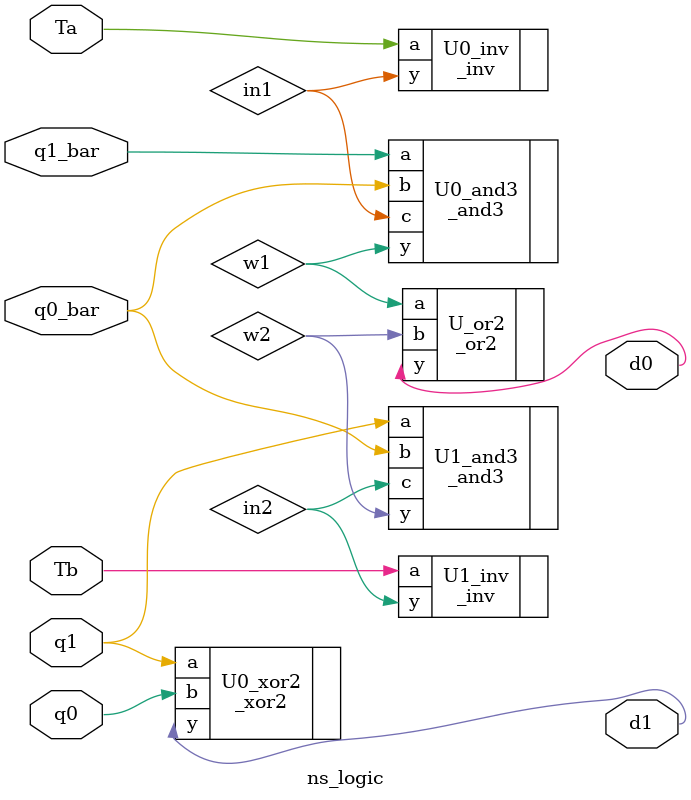
<source format=v>
module ns_logic (q1, q1_bar, q0, q0_bar, Ta, Tb, d1, d0);

	input q1, q1_bar, q0, q0_bar;
	input Ta, Tb;
	output d1, d0;
	wire in1, in2;
	wire w1, w2;
	
	_inv U0_inv(.a(Ta),.y(in1)); //in1=Ta_bar
	_inv U1_inv(.a(Tb),.y(in2)); //in2=Tb_bar
	
	_xor2 U0_xor2(.a(q1),.b(q0),.y(d1)); //D1=Q1xorQ0
	_and3 U0_and3(.a(q1_bar), .b(q0_bar), .c(in1), .y(w1));
	_and3 U1_and3(.a(q1), .b(q0_bar), .c(in2), .y(w2));
	
	_or2 U_or2(.a(w1), .b(w2), .y(d0));
	
endmodule 
</source>
